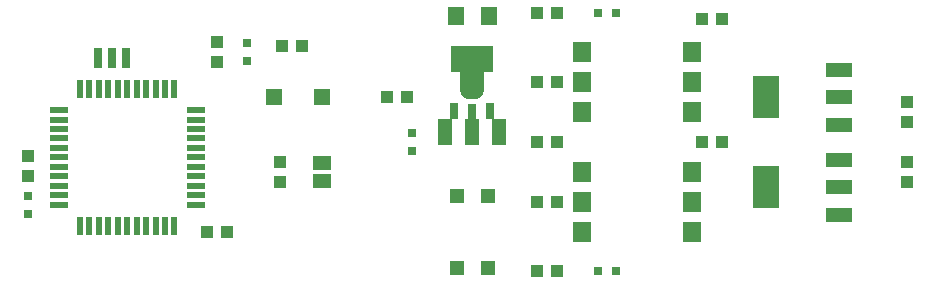
<source format=gtp>
G75*
%MOIN*%
%OFA0B0*%
%FSLAX24Y24*%
%IPPOS*%
%LPD*%
%AMOC8*
5,1,8,0,0,1.08239X$1,22.5*
%
%ADD10R,0.0480X0.0880*%
%ADD11R,0.1417X0.0866*%
%ADD12R,0.0315X0.0551*%
%ADD13C,0.0600*%
%ADD14R,0.0551X0.0630*%
%ADD15R,0.0315X0.0315*%
%ADD16R,0.0433X0.0394*%
%ADD17R,0.0394X0.0433*%
%ADD18R,0.0630X0.0460*%
%ADD19R,0.0276X0.0669*%
%ADD20R,0.0551X0.0551*%
%ADD21R,0.0472X0.0472*%
%ADD22R,0.0197X0.0591*%
%ADD23R,0.0591X0.0197*%
%ADD24R,0.0880X0.0480*%
%ADD25R,0.0866X0.1417*%
%ADD26R,0.0598X0.0701*%
D10*
X014740Y009726D03*
X015650Y009726D03*
X016560Y009726D03*
D11*
X015650Y012166D03*
D12*
X015650Y010417D03*
X015050Y010446D03*
X016250Y010446D03*
D13*
X015750Y011148D02*
X015550Y011148D01*
X015550Y011984D01*
X015750Y011984D01*
X015750Y011148D01*
X015750Y011747D02*
X015550Y011747D01*
D14*
X015099Y013596D03*
X016201Y013596D03*
D15*
X019855Y013696D03*
X020445Y013696D03*
X013650Y009691D03*
X013650Y009101D03*
X008150Y012101D03*
X008150Y012691D03*
X000850Y007591D03*
X000850Y007001D03*
X019855Y005096D03*
X020445Y005096D03*
D16*
X006815Y006396D03*
X007485Y006396D03*
X012815Y010896D03*
X013485Y010896D03*
X009985Y012596D03*
X009315Y012596D03*
X017815Y013696D03*
X018485Y013696D03*
X023315Y013496D03*
X023985Y013496D03*
X018485Y011396D03*
X017815Y011396D03*
X017815Y009396D03*
X018485Y009396D03*
X018485Y007396D03*
X017815Y007396D03*
X017815Y005096D03*
X018485Y005096D03*
X023315Y009396D03*
X023985Y009396D03*
D17*
X030150Y008731D03*
X030150Y008062D03*
X030150Y010062D03*
X030150Y010731D03*
X009250Y008731D03*
X009250Y008062D03*
X000850Y008262D03*
X000850Y008931D03*
X007150Y012062D03*
X007150Y012731D03*
D18*
X010650Y008696D03*
X010650Y008096D03*
D19*
X004122Y012196D03*
X003650Y012196D03*
X003178Y012196D03*
D20*
X009043Y010896D03*
X010657Y010896D03*
D21*
X015138Y007597D03*
X016162Y007597D03*
X016162Y005195D03*
X015138Y005195D03*
D22*
X005725Y006613D03*
X005410Y006613D03*
X005095Y006613D03*
X004780Y006613D03*
X004465Y006613D03*
X004150Y006613D03*
X003835Y006613D03*
X003520Y006613D03*
X003205Y006613D03*
X002890Y006613D03*
X002575Y006613D03*
X002575Y011180D03*
X002890Y011180D03*
X003205Y011180D03*
X003520Y011180D03*
X003835Y011180D03*
X004150Y011180D03*
X004465Y011180D03*
X004780Y011180D03*
X005095Y011180D03*
X005410Y011180D03*
X005725Y011180D03*
D23*
X006433Y010471D03*
X006433Y010156D03*
X006433Y009841D03*
X006433Y009526D03*
X006433Y009211D03*
X006433Y008896D03*
X006433Y008581D03*
X006433Y008266D03*
X006433Y007951D03*
X006433Y007636D03*
X006433Y007321D03*
X001867Y007321D03*
X001867Y007636D03*
X001867Y007951D03*
X001867Y008266D03*
X001867Y008581D03*
X001867Y008896D03*
X001867Y009211D03*
X001867Y009526D03*
X001867Y009841D03*
X001867Y010156D03*
X001867Y010471D03*
D24*
X027870Y010896D03*
X027870Y009986D03*
X027870Y008806D03*
X027870Y007896D03*
X027870Y006986D03*
X027870Y011806D03*
D25*
X025430Y010896D03*
X025430Y007896D03*
D26*
X022979Y007396D03*
X022979Y006396D03*
X019321Y006396D03*
X019321Y007396D03*
X019321Y008396D03*
X022979Y008396D03*
X022979Y010396D03*
X022979Y011396D03*
X022979Y012396D03*
X019321Y012396D03*
X019321Y011396D03*
X019321Y010396D03*
M02*

</source>
